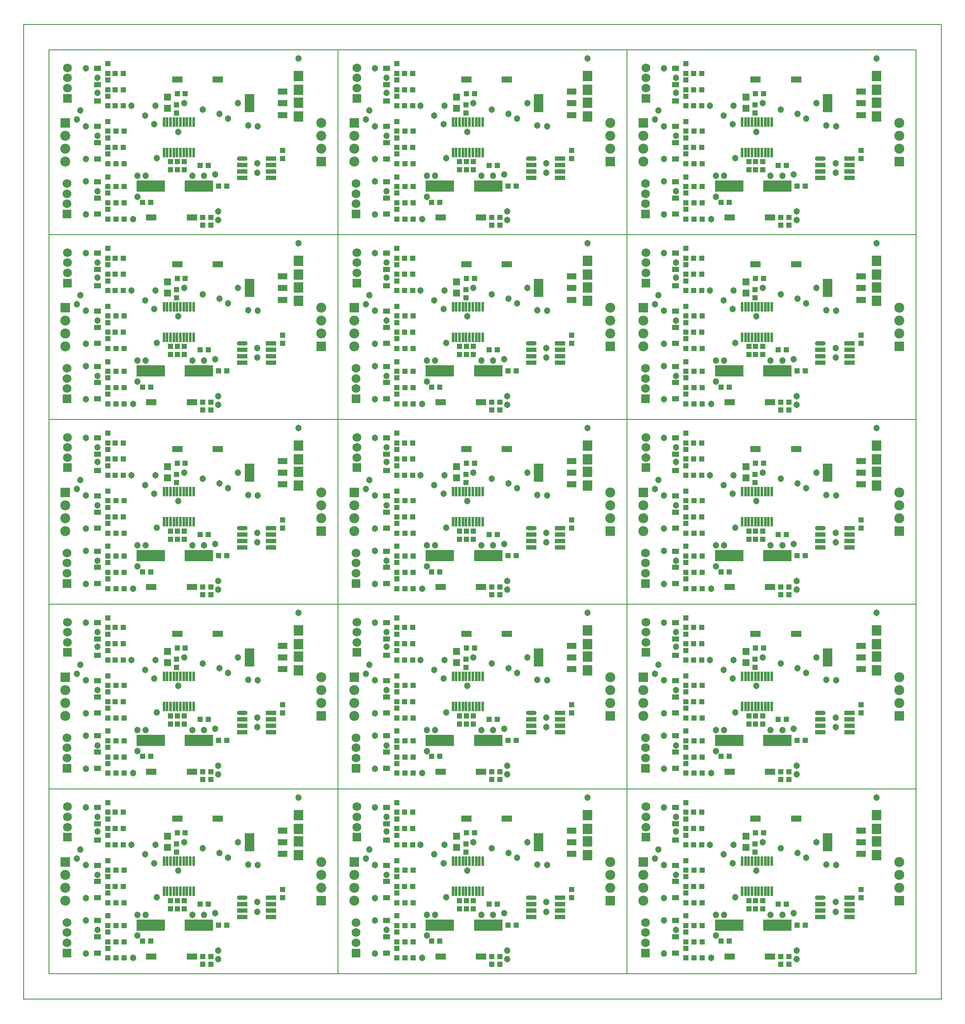
<source format=gts>
%FSLAX25Y25*%
%MOIN*%
G70*
G01*
G75*
G04 Layer_Color=8388736*
%ADD10C,0.00787*%
%ADD11R,0.05000X0.03600*%
%ADD12R,0.03600X0.03600*%
%ADD13R,0.03150X0.03150*%
%ADD14R,0.07480X0.04000*%
%ADD15R,0.21654X0.07874*%
%ADD16R,0.03150X0.03150*%
%ADD17R,0.01654X0.07008*%
%ADD18R,0.07600X0.02400*%
%ADD19O,0.07600X0.02400*%
%ADD20R,0.05000X0.05000*%
%ADD21R,0.06890X0.04331*%
%ADD22R,0.06890X0.13583*%
%ADD23R,0.06693X0.07087*%
%ADD24C,0.00984*%
%ADD25C,0.03937*%
%ADD26C,0.01181*%
%ADD27C,0.01969*%
%ADD28C,0.01575*%
%ADD29R,0.06000X0.06000*%
%ADD30C,0.06000*%
%ADD31R,0.07000X0.07000*%
%ADD32C,0.07000*%
%ADD33C,0.04331*%
%ADD34R,0.05000X0.05000*%
%ADD35R,0.07874X0.05118*%
%ADD36C,0.00800*%
%ADD37C,0.01000*%
%ADD38C,0.00591*%
%ADD39C,0.00984*%
%ADD40C,0.02000*%
%ADD41R,0.05800X0.04400*%
%ADD42R,0.04400X0.04400*%
%ADD43R,0.03950X0.03950*%
%ADD44R,0.08280X0.04800*%
%ADD45R,0.22453X0.08674*%
%ADD46R,0.03950X0.03950*%
%ADD47R,0.02454X0.07808*%
%ADD48R,0.08400X0.03200*%
%ADD49O,0.08400X0.03200*%
%ADD50R,0.05800X0.05800*%
%ADD51R,0.07690X0.05131*%
%ADD52R,0.07690X0.14383*%
%ADD53R,0.07493X0.07887*%
%ADD54R,0.06800X0.06800*%
%ADD55C,0.06800*%
%ADD56R,0.07800X0.07800*%
%ADD57C,0.07800*%
%ADD58C,0.05131*%
D10*
X-19685Y-19685D02*
X692913D01*
Y736221D01*
X-19685D02*
X692913D01*
X-19685Y-19685D02*
Y736221D01*
X0Y0D02*
X224410D01*
Y143307D01*
X0D02*
X224410D01*
X0Y0D02*
Y143307D01*
X224410Y0D02*
X448819D01*
Y143307D01*
X224410D02*
X448819D01*
X224410Y0D02*
Y143307D01*
X448819Y0D02*
X673228D01*
Y143307D01*
X448819D02*
X673228D01*
X448819Y0D02*
Y143307D01*
X0D02*
X224410D01*
Y286614D01*
X0D02*
X224410D01*
X0Y143307D02*
Y286614D01*
X224410Y143307D02*
X448819D01*
Y286614D01*
X224410D02*
X448819D01*
X224410Y143307D02*
Y286614D01*
X448819Y143307D02*
X673228D01*
Y286614D01*
X448819D02*
X673228D01*
X448819Y143307D02*
Y286614D01*
X0D02*
X224410D01*
Y429921D01*
X0D02*
X224410D01*
X0Y286614D02*
Y429921D01*
X224410Y286614D02*
X448819D01*
Y429921D01*
X224410D02*
X448819D01*
X224410Y286614D02*
Y429921D01*
X448819Y286614D02*
X673228D01*
Y429921D01*
X448819D02*
X673228D01*
X448819Y286614D02*
Y429921D01*
X0D02*
X224410D01*
Y573228D01*
X0D02*
X224410D01*
X0Y429921D02*
Y573228D01*
X224410Y429921D02*
X448819D01*
Y573228D01*
X224410D02*
X448819D01*
X224410Y429921D02*
Y573228D01*
X448819Y429921D02*
X673228D01*
Y573228D01*
X448819D02*
X673228D01*
X448819Y429921D02*
Y573228D01*
X0D02*
X224410D01*
Y716536D01*
X0D02*
X224410D01*
X0Y573228D02*
Y716536D01*
X224410Y573228D02*
X448819D01*
Y716536D01*
X224410D02*
X448819D01*
X224410Y573228D02*
Y716536D01*
X448819Y573228D02*
X673228D01*
Y716536D01*
X448819D02*
X673228D01*
X448819Y573228D02*
Y716536D01*
D41*
X37669Y128997D02*
D03*
Y116398D02*
D03*
Y103800D02*
D03*
Y84115D02*
D03*
Y71517D02*
D03*
Y58918D02*
D03*
Y41202D02*
D03*
Y28603D02*
D03*
Y16005D02*
D03*
X262079Y128997D02*
D03*
Y116398D02*
D03*
Y103800D02*
D03*
Y84115D02*
D03*
Y71517D02*
D03*
Y58918D02*
D03*
Y41202D02*
D03*
Y28603D02*
D03*
Y16005D02*
D03*
X486488Y128997D02*
D03*
Y116398D02*
D03*
Y103800D02*
D03*
Y84115D02*
D03*
Y71517D02*
D03*
Y58918D02*
D03*
Y41202D02*
D03*
Y28603D02*
D03*
Y16005D02*
D03*
X37669Y272304D02*
D03*
Y259705D02*
D03*
Y247107D02*
D03*
Y227422D02*
D03*
Y214824D02*
D03*
Y202225D02*
D03*
Y184509D02*
D03*
Y171910D02*
D03*
Y159312D02*
D03*
X262079Y272304D02*
D03*
Y259705D02*
D03*
Y247107D02*
D03*
Y227422D02*
D03*
Y214824D02*
D03*
Y202225D02*
D03*
Y184509D02*
D03*
Y171910D02*
D03*
Y159312D02*
D03*
X486488Y272304D02*
D03*
Y259705D02*
D03*
Y247107D02*
D03*
Y227422D02*
D03*
Y214824D02*
D03*
Y202225D02*
D03*
Y184509D02*
D03*
Y171910D02*
D03*
Y159312D02*
D03*
X37669Y415611D02*
D03*
Y403013D02*
D03*
Y390414D02*
D03*
Y370729D02*
D03*
Y358131D02*
D03*
Y345532D02*
D03*
Y327816D02*
D03*
Y315217D02*
D03*
Y302619D02*
D03*
X262079Y415611D02*
D03*
Y403013D02*
D03*
Y390414D02*
D03*
Y370729D02*
D03*
Y358131D02*
D03*
Y345532D02*
D03*
Y327816D02*
D03*
Y315217D02*
D03*
Y302619D02*
D03*
X486488Y415611D02*
D03*
Y403013D02*
D03*
Y390414D02*
D03*
Y370729D02*
D03*
Y358131D02*
D03*
Y345532D02*
D03*
Y327816D02*
D03*
Y315217D02*
D03*
Y302619D02*
D03*
X37669Y558918D02*
D03*
Y546320D02*
D03*
Y533721D02*
D03*
Y514036D02*
D03*
Y501438D02*
D03*
Y488839D02*
D03*
Y471123D02*
D03*
Y458524D02*
D03*
Y445926D02*
D03*
X262079Y558918D02*
D03*
Y546320D02*
D03*
Y533721D02*
D03*
Y514036D02*
D03*
Y501438D02*
D03*
Y488839D02*
D03*
Y471123D02*
D03*
Y458524D02*
D03*
Y445926D02*
D03*
X486488Y558918D02*
D03*
Y546320D02*
D03*
Y533721D02*
D03*
Y514036D02*
D03*
Y501438D02*
D03*
Y488839D02*
D03*
Y471123D02*
D03*
Y458524D02*
D03*
Y445926D02*
D03*
X37669Y702225D02*
D03*
Y689627D02*
D03*
Y677028D02*
D03*
Y657343D02*
D03*
Y644745D02*
D03*
Y632147D02*
D03*
Y614430D02*
D03*
Y601831D02*
D03*
Y589233D02*
D03*
X262079Y702225D02*
D03*
Y689627D02*
D03*
Y677028D02*
D03*
Y657343D02*
D03*
Y644745D02*
D03*
Y632147D02*
D03*
Y614430D02*
D03*
Y601831D02*
D03*
Y589233D02*
D03*
X486488Y702225D02*
D03*
Y689627D02*
D03*
Y677028D02*
D03*
Y657343D02*
D03*
Y644745D02*
D03*
Y632147D02*
D03*
Y614430D02*
D03*
Y601831D02*
D03*
Y589233D02*
D03*
D42*
X45669Y132697D02*
D03*
Y125197D02*
D03*
Y120098D02*
D03*
Y112598D02*
D03*
Y107500D02*
D03*
Y100000D02*
D03*
Y87815D02*
D03*
Y80315D02*
D03*
Y75217D02*
D03*
Y67716D02*
D03*
Y62618D02*
D03*
Y55118D02*
D03*
Y37402D02*
D03*
Y44902D02*
D03*
Y32303D02*
D03*
Y24803D02*
D03*
Y19705D02*
D03*
Y12205D02*
D03*
X270079Y132697D02*
D03*
Y125197D02*
D03*
Y120098D02*
D03*
Y112598D02*
D03*
Y107500D02*
D03*
Y100000D02*
D03*
Y87815D02*
D03*
Y80315D02*
D03*
Y75217D02*
D03*
Y67716D02*
D03*
Y62618D02*
D03*
Y55118D02*
D03*
Y37402D02*
D03*
Y44902D02*
D03*
Y32303D02*
D03*
Y24803D02*
D03*
Y19705D02*
D03*
Y12205D02*
D03*
X494488Y132697D02*
D03*
Y125197D02*
D03*
Y120098D02*
D03*
Y112598D02*
D03*
Y107500D02*
D03*
Y100000D02*
D03*
Y87815D02*
D03*
Y80315D02*
D03*
Y75217D02*
D03*
Y67716D02*
D03*
Y62618D02*
D03*
Y55118D02*
D03*
Y37402D02*
D03*
Y44902D02*
D03*
Y32303D02*
D03*
Y24803D02*
D03*
Y19705D02*
D03*
Y12205D02*
D03*
X45669Y276004D02*
D03*
Y268504D02*
D03*
Y263405D02*
D03*
Y255906D02*
D03*
Y250807D02*
D03*
Y243307D02*
D03*
Y231122D02*
D03*
Y223622D02*
D03*
Y218524D02*
D03*
Y211024D02*
D03*
Y205925D02*
D03*
Y198425D02*
D03*
Y180709D02*
D03*
Y188209D02*
D03*
Y175610D02*
D03*
Y168110D02*
D03*
Y163012D02*
D03*
Y155512D02*
D03*
X270079Y276004D02*
D03*
Y268504D02*
D03*
Y263405D02*
D03*
Y255906D02*
D03*
Y250807D02*
D03*
Y243307D02*
D03*
Y231122D02*
D03*
Y223622D02*
D03*
Y218524D02*
D03*
Y211024D02*
D03*
Y205925D02*
D03*
Y198425D02*
D03*
Y180709D02*
D03*
Y188209D02*
D03*
Y175610D02*
D03*
Y168110D02*
D03*
Y163012D02*
D03*
Y155512D02*
D03*
X494488Y276004D02*
D03*
Y268504D02*
D03*
Y263405D02*
D03*
Y255906D02*
D03*
Y250807D02*
D03*
Y243307D02*
D03*
Y231122D02*
D03*
Y223622D02*
D03*
Y218524D02*
D03*
Y211024D02*
D03*
Y205925D02*
D03*
Y198425D02*
D03*
Y180709D02*
D03*
Y188209D02*
D03*
Y175610D02*
D03*
Y168110D02*
D03*
Y163012D02*
D03*
Y155512D02*
D03*
X45669Y419311D02*
D03*
Y411811D02*
D03*
Y406713D02*
D03*
Y399213D02*
D03*
Y394114D02*
D03*
Y386614D02*
D03*
Y374429D02*
D03*
Y366929D02*
D03*
Y361831D02*
D03*
Y354331D02*
D03*
Y349232D02*
D03*
Y341732D02*
D03*
Y324016D02*
D03*
Y331516D02*
D03*
Y318917D02*
D03*
Y311417D02*
D03*
Y306319D02*
D03*
Y298819D02*
D03*
X270079Y419311D02*
D03*
Y411811D02*
D03*
Y406713D02*
D03*
Y399213D02*
D03*
Y394114D02*
D03*
Y386614D02*
D03*
Y374429D02*
D03*
Y366929D02*
D03*
Y361831D02*
D03*
Y354331D02*
D03*
Y349232D02*
D03*
Y341732D02*
D03*
Y324016D02*
D03*
Y331516D02*
D03*
Y318917D02*
D03*
Y311417D02*
D03*
Y306319D02*
D03*
Y298819D02*
D03*
X494488Y419311D02*
D03*
Y411811D02*
D03*
Y406713D02*
D03*
Y399213D02*
D03*
Y394114D02*
D03*
Y386614D02*
D03*
Y374429D02*
D03*
Y366929D02*
D03*
Y361831D02*
D03*
Y354331D02*
D03*
Y349232D02*
D03*
Y341732D02*
D03*
Y324016D02*
D03*
Y331516D02*
D03*
Y318917D02*
D03*
Y311417D02*
D03*
Y306319D02*
D03*
Y298819D02*
D03*
X45669Y562618D02*
D03*
Y555118D02*
D03*
Y550020D02*
D03*
Y542520D02*
D03*
Y537421D02*
D03*
Y529921D02*
D03*
Y517736D02*
D03*
Y510236D02*
D03*
Y505138D02*
D03*
Y497638D02*
D03*
Y492539D02*
D03*
Y485039D02*
D03*
Y467323D02*
D03*
Y474823D02*
D03*
Y462224D02*
D03*
Y454724D02*
D03*
Y449626D02*
D03*
Y442126D02*
D03*
X270079Y562618D02*
D03*
Y555118D02*
D03*
Y550020D02*
D03*
Y542520D02*
D03*
Y537421D02*
D03*
Y529921D02*
D03*
Y517736D02*
D03*
Y510236D02*
D03*
Y505138D02*
D03*
Y497638D02*
D03*
Y492539D02*
D03*
Y485039D02*
D03*
Y467323D02*
D03*
Y474823D02*
D03*
Y462224D02*
D03*
Y454724D02*
D03*
Y449626D02*
D03*
Y442126D02*
D03*
X494488Y562618D02*
D03*
Y555118D02*
D03*
Y550020D02*
D03*
Y542520D02*
D03*
Y537421D02*
D03*
Y529921D02*
D03*
Y517736D02*
D03*
Y510236D02*
D03*
Y505138D02*
D03*
Y497638D02*
D03*
Y492539D02*
D03*
Y485039D02*
D03*
Y467323D02*
D03*
Y474823D02*
D03*
Y462224D02*
D03*
Y454724D02*
D03*
Y449626D02*
D03*
Y442126D02*
D03*
X45669Y705925D02*
D03*
Y698425D02*
D03*
Y693327D02*
D03*
Y685827D02*
D03*
Y680728D02*
D03*
Y673228D02*
D03*
Y661043D02*
D03*
Y653543D02*
D03*
Y648445D02*
D03*
Y640945D02*
D03*
Y635847D02*
D03*
Y628346D02*
D03*
Y610630D02*
D03*
Y618130D02*
D03*
Y605532D02*
D03*
Y598032D02*
D03*
Y592933D02*
D03*
Y585433D02*
D03*
X270079Y705925D02*
D03*
Y698425D02*
D03*
Y693327D02*
D03*
Y685827D02*
D03*
Y680728D02*
D03*
Y673228D02*
D03*
Y661043D02*
D03*
Y653543D02*
D03*
Y648445D02*
D03*
Y640945D02*
D03*
Y635847D02*
D03*
Y628346D02*
D03*
Y610630D02*
D03*
Y618130D02*
D03*
Y605532D02*
D03*
Y598032D02*
D03*
Y592933D02*
D03*
Y585433D02*
D03*
X494488Y705925D02*
D03*
Y698425D02*
D03*
Y693327D02*
D03*
Y685827D02*
D03*
Y680728D02*
D03*
Y673228D02*
D03*
Y661043D02*
D03*
Y653543D02*
D03*
Y648445D02*
D03*
Y640945D02*
D03*
Y635847D02*
D03*
Y628346D02*
D03*
Y610630D02*
D03*
Y618130D02*
D03*
Y605532D02*
D03*
Y598032D02*
D03*
Y592933D02*
D03*
Y585433D02*
D03*
D43*
X57874Y125197D02*
D03*
X51575D02*
D03*
X57874Y112598D02*
D03*
X51575D02*
D03*
X57874Y100000D02*
D03*
X51575D02*
D03*
X58268Y80315D02*
D03*
X51968D02*
D03*
X57874Y67716D02*
D03*
X51575D02*
D03*
X58268Y55118D02*
D03*
X51968D02*
D03*
Y37402D02*
D03*
X58268D02*
D03*
Y12205D02*
D03*
X51968D02*
D03*
X58268Y24803D02*
D03*
X51968D02*
D03*
X72835Y25197D02*
D03*
X79134D02*
D03*
X117323Y53937D02*
D03*
X123622D02*
D03*
X125591Y13386D02*
D03*
X119291D02*
D03*
Y7480D02*
D03*
X125591D02*
D03*
X138189Y37795D02*
D03*
X131890D02*
D03*
X105905Y109449D02*
D03*
X99606D02*
D03*
X282283Y125197D02*
D03*
X275984D02*
D03*
X282283Y112598D02*
D03*
X275984D02*
D03*
X282283Y100000D02*
D03*
X275984D02*
D03*
X282677Y80315D02*
D03*
X276378D02*
D03*
X282283Y67716D02*
D03*
X275984D02*
D03*
X282677Y55118D02*
D03*
X276378D02*
D03*
Y37402D02*
D03*
X282677D02*
D03*
Y12205D02*
D03*
X276378D02*
D03*
X282677Y24803D02*
D03*
X276378D02*
D03*
X297244Y25197D02*
D03*
X303543D02*
D03*
X341732Y53937D02*
D03*
X348031D02*
D03*
X350000Y13386D02*
D03*
X343701D02*
D03*
Y7480D02*
D03*
X350000D02*
D03*
X362598Y37795D02*
D03*
X356299D02*
D03*
X330315Y109449D02*
D03*
X324016D02*
D03*
X506693Y125197D02*
D03*
X500394D02*
D03*
X506693Y112598D02*
D03*
X500394D02*
D03*
X506693Y100000D02*
D03*
X500394D02*
D03*
X507087Y80315D02*
D03*
X500787D02*
D03*
X506693Y67716D02*
D03*
X500394D02*
D03*
X507087Y55118D02*
D03*
X500787D02*
D03*
Y37402D02*
D03*
X507087D02*
D03*
Y12205D02*
D03*
X500787D02*
D03*
X507087Y24803D02*
D03*
X500787D02*
D03*
X521654Y25197D02*
D03*
X527953D02*
D03*
X566142Y53937D02*
D03*
X572441D02*
D03*
X574409Y13386D02*
D03*
X568110D02*
D03*
Y7480D02*
D03*
X574409D02*
D03*
X587008Y37795D02*
D03*
X580709D02*
D03*
X554724Y109449D02*
D03*
X548425D02*
D03*
X57874Y268504D02*
D03*
X51575D02*
D03*
X57874Y255906D02*
D03*
X51575D02*
D03*
X57874Y243307D02*
D03*
X51575D02*
D03*
X58268Y223622D02*
D03*
X51968D02*
D03*
X57874Y211024D02*
D03*
X51575D02*
D03*
X58268Y198425D02*
D03*
X51968D02*
D03*
Y180709D02*
D03*
X58268D02*
D03*
Y155512D02*
D03*
X51968D02*
D03*
X58268Y168110D02*
D03*
X51968D02*
D03*
X72835Y168504D02*
D03*
X79134D02*
D03*
X117323Y197244D02*
D03*
X123622D02*
D03*
X125591Y156693D02*
D03*
X119291D02*
D03*
Y150787D02*
D03*
X125591D02*
D03*
X138189Y181102D02*
D03*
X131890D02*
D03*
X105905Y252756D02*
D03*
X99606D02*
D03*
X282283Y268504D02*
D03*
X275984D02*
D03*
X282283Y255906D02*
D03*
X275984D02*
D03*
X282283Y243307D02*
D03*
X275984D02*
D03*
X282677Y223622D02*
D03*
X276378D02*
D03*
X282283Y211024D02*
D03*
X275984D02*
D03*
X282677Y198425D02*
D03*
X276378D02*
D03*
Y180709D02*
D03*
X282677D02*
D03*
Y155512D02*
D03*
X276378D02*
D03*
X282677Y168110D02*
D03*
X276378D02*
D03*
X297244Y168504D02*
D03*
X303543D02*
D03*
X341732Y197244D02*
D03*
X348031D02*
D03*
X350000Y156693D02*
D03*
X343701D02*
D03*
Y150787D02*
D03*
X350000D02*
D03*
X362598Y181102D02*
D03*
X356299D02*
D03*
X330315Y252756D02*
D03*
X324016D02*
D03*
X506693Y268504D02*
D03*
X500394D02*
D03*
X506693Y255906D02*
D03*
X500394D02*
D03*
X506693Y243307D02*
D03*
X500394D02*
D03*
X507087Y223622D02*
D03*
X500787D02*
D03*
X506693Y211024D02*
D03*
X500394D02*
D03*
X507087Y198425D02*
D03*
X500787D02*
D03*
Y180709D02*
D03*
X507087D02*
D03*
Y155512D02*
D03*
X500787D02*
D03*
X507087Y168110D02*
D03*
X500787D02*
D03*
X521654Y168504D02*
D03*
X527953D02*
D03*
X566142Y197244D02*
D03*
X572441D02*
D03*
X574409Y156693D02*
D03*
X568110D02*
D03*
Y150787D02*
D03*
X574409D02*
D03*
X587008Y181102D02*
D03*
X580709D02*
D03*
X554724Y252756D02*
D03*
X548425D02*
D03*
X57874Y411811D02*
D03*
X51575D02*
D03*
X57874Y399213D02*
D03*
X51575D02*
D03*
X57874Y386614D02*
D03*
X51575D02*
D03*
X58268Y366929D02*
D03*
X51968D02*
D03*
X57874Y354331D02*
D03*
X51575D02*
D03*
X58268Y341732D02*
D03*
X51968D02*
D03*
Y324016D02*
D03*
X58268D02*
D03*
Y298819D02*
D03*
X51968D02*
D03*
X58268Y311417D02*
D03*
X51968D02*
D03*
X72835Y311811D02*
D03*
X79134D02*
D03*
X117323Y340551D02*
D03*
X123622D02*
D03*
X125591Y300000D02*
D03*
X119291D02*
D03*
Y294094D02*
D03*
X125591D02*
D03*
X138189Y324410D02*
D03*
X131890D02*
D03*
X105905Y396063D02*
D03*
X99606D02*
D03*
X282283Y411811D02*
D03*
X275984D02*
D03*
X282283Y399213D02*
D03*
X275984D02*
D03*
X282283Y386614D02*
D03*
X275984D02*
D03*
X282677Y366929D02*
D03*
X276378D02*
D03*
X282283Y354331D02*
D03*
X275984D02*
D03*
X282677Y341732D02*
D03*
X276378D02*
D03*
Y324016D02*
D03*
X282677D02*
D03*
Y298819D02*
D03*
X276378D02*
D03*
X282677Y311417D02*
D03*
X276378D02*
D03*
X297244Y311811D02*
D03*
X303543D02*
D03*
X341732Y340551D02*
D03*
X348031D02*
D03*
X350000Y300000D02*
D03*
X343701D02*
D03*
Y294094D02*
D03*
X350000D02*
D03*
X362598Y324410D02*
D03*
X356299D02*
D03*
X330315Y396063D02*
D03*
X324016D02*
D03*
X506693Y411811D02*
D03*
X500394D02*
D03*
X506693Y399213D02*
D03*
X500394D02*
D03*
X506693Y386614D02*
D03*
X500394D02*
D03*
X507087Y366929D02*
D03*
X500787D02*
D03*
X506693Y354331D02*
D03*
X500394D02*
D03*
X507087Y341732D02*
D03*
X500787D02*
D03*
Y324016D02*
D03*
X507087D02*
D03*
Y298819D02*
D03*
X500787D02*
D03*
X507087Y311417D02*
D03*
X500787D02*
D03*
X521654Y311811D02*
D03*
X527953D02*
D03*
X566142Y340551D02*
D03*
X572441D02*
D03*
X574409Y300000D02*
D03*
X568110D02*
D03*
Y294094D02*
D03*
X574409D02*
D03*
X587008Y324410D02*
D03*
X580709D02*
D03*
X554724Y396063D02*
D03*
X548425D02*
D03*
X57874Y555118D02*
D03*
X51575D02*
D03*
X57874Y542520D02*
D03*
X51575D02*
D03*
X57874Y529921D02*
D03*
X51575D02*
D03*
X58268Y510236D02*
D03*
X51968D02*
D03*
X57874Y497638D02*
D03*
X51575D02*
D03*
X58268Y485039D02*
D03*
X51968D02*
D03*
Y467323D02*
D03*
X58268D02*
D03*
Y442126D02*
D03*
X51968D02*
D03*
X58268Y454724D02*
D03*
X51968D02*
D03*
X72835Y455118D02*
D03*
X79134D02*
D03*
X117323Y483858D02*
D03*
X123622D02*
D03*
X125591Y443307D02*
D03*
X119291D02*
D03*
Y437402D02*
D03*
X125591D02*
D03*
X138189Y467717D02*
D03*
X131890D02*
D03*
X105905Y539370D02*
D03*
X99606D02*
D03*
X282283Y555118D02*
D03*
X275984D02*
D03*
X282283Y542520D02*
D03*
X275984D02*
D03*
X282283Y529921D02*
D03*
X275984D02*
D03*
X282677Y510236D02*
D03*
X276378D02*
D03*
X282283Y497638D02*
D03*
X275984D02*
D03*
X282677Y485039D02*
D03*
X276378D02*
D03*
Y467323D02*
D03*
X282677D02*
D03*
Y442126D02*
D03*
X276378D02*
D03*
X282677Y454724D02*
D03*
X276378D02*
D03*
X297244Y455118D02*
D03*
X303543D02*
D03*
X341732Y483858D02*
D03*
X348031D02*
D03*
X350000Y443307D02*
D03*
X343701D02*
D03*
Y437402D02*
D03*
X350000D02*
D03*
X362598Y467717D02*
D03*
X356299D02*
D03*
X330315Y539370D02*
D03*
X324016D02*
D03*
X506693Y555118D02*
D03*
X500394D02*
D03*
X506693Y542520D02*
D03*
X500394D02*
D03*
X506693Y529921D02*
D03*
X500394D02*
D03*
X507087Y510236D02*
D03*
X500787D02*
D03*
X506693Y497638D02*
D03*
X500394D02*
D03*
X507087Y485039D02*
D03*
X500787D02*
D03*
Y467323D02*
D03*
X507087D02*
D03*
Y442126D02*
D03*
X500787D02*
D03*
X507087Y454724D02*
D03*
X500787D02*
D03*
X521654Y455118D02*
D03*
X527953D02*
D03*
X566142Y483858D02*
D03*
X572441D02*
D03*
X574409Y443307D02*
D03*
X568110D02*
D03*
Y437402D02*
D03*
X574409D02*
D03*
X587008Y467717D02*
D03*
X580709D02*
D03*
X554724Y539370D02*
D03*
X548425D02*
D03*
X57874Y698425D02*
D03*
X51575D02*
D03*
X57874Y685827D02*
D03*
X51575D02*
D03*
X57874Y673228D02*
D03*
X51575D02*
D03*
X58268Y653543D02*
D03*
X51968D02*
D03*
X57874Y640945D02*
D03*
X51575D02*
D03*
X58268Y628346D02*
D03*
X51968D02*
D03*
Y610630D02*
D03*
X58268D02*
D03*
Y585433D02*
D03*
X51968D02*
D03*
X58268Y598032D02*
D03*
X51968D02*
D03*
X72835Y598425D02*
D03*
X79134D02*
D03*
X117323Y627165D02*
D03*
X123622D02*
D03*
X125591Y586614D02*
D03*
X119291D02*
D03*
Y580709D02*
D03*
X125591D02*
D03*
X138189Y611024D02*
D03*
X131890D02*
D03*
X105905Y682677D02*
D03*
X99606D02*
D03*
X282283Y698425D02*
D03*
X275984D02*
D03*
X282283Y685827D02*
D03*
X275984D02*
D03*
X282283Y673228D02*
D03*
X275984D02*
D03*
X282677Y653543D02*
D03*
X276378D02*
D03*
X282283Y640945D02*
D03*
X275984D02*
D03*
X282677Y628346D02*
D03*
X276378D02*
D03*
Y610630D02*
D03*
X282677D02*
D03*
Y585433D02*
D03*
X276378D02*
D03*
X282677Y598032D02*
D03*
X276378D02*
D03*
X297244Y598425D02*
D03*
X303543D02*
D03*
X341732Y627165D02*
D03*
X348031D02*
D03*
X350000Y586614D02*
D03*
X343701D02*
D03*
Y580709D02*
D03*
X350000D02*
D03*
X362598Y611024D02*
D03*
X356299D02*
D03*
X330315Y682677D02*
D03*
X324016D02*
D03*
X506693Y698425D02*
D03*
X500394D02*
D03*
X506693Y685827D02*
D03*
X500394D02*
D03*
X506693Y673228D02*
D03*
X500394D02*
D03*
X507087Y653543D02*
D03*
X500787D02*
D03*
X506693Y640945D02*
D03*
X500394D02*
D03*
X507087Y628346D02*
D03*
X500787D02*
D03*
Y610630D02*
D03*
X507087D02*
D03*
Y585433D02*
D03*
X500787D02*
D03*
X507087Y598032D02*
D03*
X500787D02*
D03*
X521654Y598425D02*
D03*
X527953D02*
D03*
X566142Y627165D02*
D03*
X572441D02*
D03*
X574409Y586614D02*
D03*
X568110D02*
D03*
Y580709D02*
D03*
X574409D02*
D03*
X587008Y611024D02*
D03*
X580709D02*
D03*
X554724Y682677D02*
D03*
X548425D02*
D03*
D44*
X111024Y13386D02*
D03*
X79528D02*
D03*
X99606Y120472D02*
D03*
X131102D02*
D03*
X335433Y13386D02*
D03*
X303937D02*
D03*
X324016Y120472D02*
D03*
X355512D02*
D03*
X559842Y13386D02*
D03*
X528346D02*
D03*
X548425Y120472D02*
D03*
X579921D02*
D03*
X111024Y156693D02*
D03*
X79528D02*
D03*
X99606Y263779D02*
D03*
X131102D02*
D03*
X335433Y156693D02*
D03*
X303937D02*
D03*
X324016Y263779D02*
D03*
X355512D02*
D03*
X559842Y156693D02*
D03*
X528346D02*
D03*
X548425Y263779D02*
D03*
X579921D02*
D03*
X111024Y300000D02*
D03*
X79528D02*
D03*
X99606Y407087D02*
D03*
X131102D02*
D03*
X335433Y300000D02*
D03*
X303937D02*
D03*
X324016Y407087D02*
D03*
X355512D02*
D03*
X559842Y300000D02*
D03*
X528346D02*
D03*
X548425Y407087D02*
D03*
X579921D02*
D03*
X111024Y443307D02*
D03*
X79528D02*
D03*
X99606Y550394D02*
D03*
X131102D02*
D03*
X335433Y443307D02*
D03*
X303937D02*
D03*
X324016Y550394D02*
D03*
X355512D02*
D03*
X559842Y443307D02*
D03*
X528346D02*
D03*
X548425Y550394D02*
D03*
X579921D02*
D03*
X111024Y586614D02*
D03*
X79528D02*
D03*
X99606Y693701D02*
D03*
X131102D02*
D03*
X335433Y586614D02*
D03*
X303937D02*
D03*
X324016Y693701D02*
D03*
X355512D02*
D03*
X559842Y586614D02*
D03*
X528346D02*
D03*
X548425Y693701D02*
D03*
X579921D02*
D03*
D45*
X116535Y37795D02*
D03*
X79134D02*
D03*
X340945D02*
D03*
X303543D02*
D03*
X565354D02*
D03*
X527953D02*
D03*
X116535Y181102D02*
D03*
X79134D02*
D03*
X340945D02*
D03*
X303543D02*
D03*
X565354D02*
D03*
X527953D02*
D03*
X116535Y324410D02*
D03*
X79134D02*
D03*
X340945D02*
D03*
X303543D02*
D03*
X565354D02*
D03*
X527953D02*
D03*
X116535Y467717D02*
D03*
X79134D02*
D03*
X340945D02*
D03*
X303543D02*
D03*
X565354D02*
D03*
X527953D02*
D03*
X116535Y611024D02*
D03*
X79134D02*
D03*
X340945D02*
D03*
X303543D02*
D03*
X565354D02*
D03*
X527953D02*
D03*
D46*
X94488Y50394D02*
D03*
Y56693D02*
D03*
X105118D02*
D03*
Y50394D02*
D03*
X99606Y56693D02*
D03*
Y50394D02*
D03*
X99213Y94488D02*
D03*
Y100787D02*
D03*
X181496Y59055D02*
D03*
Y65354D02*
D03*
X318898Y50394D02*
D03*
Y56693D02*
D03*
X329528D02*
D03*
Y50394D02*
D03*
X324016Y56693D02*
D03*
Y50394D02*
D03*
X323622Y94488D02*
D03*
Y100787D02*
D03*
X405905Y59055D02*
D03*
Y65354D02*
D03*
X543307Y50394D02*
D03*
Y56693D02*
D03*
X553937D02*
D03*
Y50394D02*
D03*
X548425Y56693D02*
D03*
Y50394D02*
D03*
X548032Y94488D02*
D03*
Y100787D02*
D03*
X630315Y59055D02*
D03*
Y65354D02*
D03*
X94488Y193701D02*
D03*
Y200000D02*
D03*
X105118D02*
D03*
Y193701D02*
D03*
X99606Y200000D02*
D03*
Y193701D02*
D03*
X99213Y237795D02*
D03*
Y244094D02*
D03*
X181496Y202362D02*
D03*
Y208661D02*
D03*
X318898Y193701D02*
D03*
Y200000D02*
D03*
X329528D02*
D03*
Y193701D02*
D03*
X324016Y200000D02*
D03*
Y193701D02*
D03*
X323622Y237795D02*
D03*
Y244094D02*
D03*
X405905Y202362D02*
D03*
Y208661D02*
D03*
X543307Y193701D02*
D03*
Y200000D02*
D03*
X553937D02*
D03*
Y193701D02*
D03*
X548425Y200000D02*
D03*
Y193701D02*
D03*
X548032Y237795D02*
D03*
Y244094D02*
D03*
X630315Y202362D02*
D03*
Y208661D02*
D03*
X94488Y337008D02*
D03*
Y343307D02*
D03*
X105118D02*
D03*
Y337008D02*
D03*
X99606Y343307D02*
D03*
Y337008D02*
D03*
X99213Y381102D02*
D03*
Y387402D02*
D03*
X181496Y345669D02*
D03*
Y351969D02*
D03*
X318898Y337008D02*
D03*
Y343307D02*
D03*
X329528D02*
D03*
Y337008D02*
D03*
X324016Y343307D02*
D03*
Y337008D02*
D03*
X323622Y381102D02*
D03*
Y387402D02*
D03*
X405905Y345669D02*
D03*
Y351969D02*
D03*
X543307Y337008D02*
D03*
Y343307D02*
D03*
X553937D02*
D03*
Y337008D02*
D03*
X548425Y343307D02*
D03*
Y337008D02*
D03*
X548032Y381102D02*
D03*
Y387402D02*
D03*
X630315Y345669D02*
D03*
Y351969D02*
D03*
X94488Y480315D02*
D03*
Y486614D02*
D03*
X105118D02*
D03*
Y480315D02*
D03*
X99606Y486614D02*
D03*
Y480315D02*
D03*
X99213Y524409D02*
D03*
Y530709D02*
D03*
X181496Y488976D02*
D03*
Y495276D02*
D03*
X318898Y480315D02*
D03*
Y486614D02*
D03*
X329528D02*
D03*
Y480315D02*
D03*
X324016Y486614D02*
D03*
Y480315D02*
D03*
X323622Y524409D02*
D03*
Y530709D02*
D03*
X405905Y488976D02*
D03*
Y495276D02*
D03*
X543307Y480315D02*
D03*
Y486614D02*
D03*
X553937D02*
D03*
Y480315D02*
D03*
X548425Y486614D02*
D03*
Y480315D02*
D03*
X548032Y524409D02*
D03*
Y530709D02*
D03*
X630315Y488976D02*
D03*
Y495276D02*
D03*
X94488Y623622D02*
D03*
Y629921D02*
D03*
X105118D02*
D03*
Y623622D02*
D03*
X99606Y629921D02*
D03*
Y623622D02*
D03*
X99213Y667717D02*
D03*
Y674016D02*
D03*
X181496Y632283D02*
D03*
Y638583D02*
D03*
X318898Y623622D02*
D03*
Y629921D02*
D03*
X329528D02*
D03*
Y623622D02*
D03*
X324016Y629921D02*
D03*
Y623622D02*
D03*
X323622Y667717D02*
D03*
Y674016D02*
D03*
X405905Y632283D02*
D03*
Y638583D02*
D03*
X543307Y623622D02*
D03*
Y629921D02*
D03*
X553937D02*
D03*
Y623622D02*
D03*
X548425Y629921D02*
D03*
Y623622D02*
D03*
X548032Y667717D02*
D03*
Y674016D02*
D03*
X630315Y632283D02*
D03*
Y638583D02*
D03*
D47*
X112303Y87283D02*
D03*
X109744D02*
D03*
X107185D02*
D03*
X104626D02*
D03*
X102067D02*
D03*
X99508D02*
D03*
X96949D02*
D03*
X94390D02*
D03*
X91831D02*
D03*
X89272D02*
D03*
X112303Y63898D02*
D03*
X109744D02*
D03*
X107185D02*
D03*
X104626D02*
D03*
X102067D02*
D03*
X99508D02*
D03*
X96949D02*
D03*
X94390D02*
D03*
X91831D02*
D03*
X89272D02*
D03*
X336713Y87283D02*
D03*
X334154D02*
D03*
X331594D02*
D03*
X329035D02*
D03*
X326476D02*
D03*
X323917D02*
D03*
X321358D02*
D03*
X318799D02*
D03*
X316240D02*
D03*
X313681D02*
D03*
X336713Y63898D02*
D03*
X334154D02*
D03*
X331594D02*
D03*
X329035D02*
D03*
X326476D02*
D03*
X323917D02*
D03*
X321358D02*
D03*
X318799D02*
D03*
X316240D02*
D03*
X313681D02*
D03*
X561122Y87283D02*
D03*
X558563D02*
D03*
X556004D02*
D03*
X553445D02*
D03*
X550886D02*
D03*
X548327D02*
D03*
X545768D02*
D03*
X543209D02*
D03*
X540650D02*
D03*
X538091D02*
D03*
X561122Y63898D02*
D03*
X558563D02*
D03*
X556004D02*
D03*
X553445D02*
D03*
X550886D02*
D03*
X548327D02*
D03*
X545768D02*
D03*
X543209D02*
D03*
X540650D02*
D03*
X538091D02*
D03*
X112303Y230591D02*
D03*
X109744D02*
D03*
X107185D02*
D03*
X104626D02*
D03*
X102067D02*
D03*
X99508D02*
D03*
X96949D02*
D03*
X94390D02*
D03*
X91831D02*
D03*
X89272D02*
D03*
X112303Y207205D02*
D03*
X109744D02*
D03*
X107185D02*
D03*
X104626D02*
D03*
X102067D02*
D03*
X99508D02*
D03*
X96949D02*
D03*
X94390D02*
D03*
X91831D02*
D03*
X89272D02*
D03*
X336713Y230591D02*
D03*
X334154D02*
D03*
X331594D02*
D03*
X329035D02*
D03*
X326476D02*
D03*
X323917D02*
D03*
X321358D02*
D03*
X318799D02*
D03*
X316240D02*
D03*
X313681D02*
D03*
X336713Y207205D02*
D03*
X334154D02*
D03*
X331594D02*
D03*
X329035D02*
D03*
X326476D02*
D03*
X323917D02*
D03*
X321358D02*
D03*
X318799D02*
D03*
X316240D02*
D03*
X313681D02*
D03*
X561122Y230591D02*
D03*
X558563D02*
D03*
X556004D02*
D03*
X553445D02*
D03*
X550886D02*
D03*
X548327D02*
D03*
X545768D02*
D03*
X543209D02*
D03*
X540650D02*
D03*
X538091D02*
D03*
X561122Y207205D02*
D03*
X558563D02*
D03*
X556004D02*
D03*
X553445D02*
D03*
X550886D02*
D03*
X548327D02*
D03*
X545768D02*
D03*
X543209D02*
D03*
X540650D02*
D03*
X538091D02*
D03*
X112303Y373898D02*
D03*
X109744D02*
D03*
X107185D02*
D03*
X104626D02*
D03*
X102067D02*
D03*
X99508D02*
D03*
X96949D02*
D03*
X94390D02*
D03*
X91831D02*
D03*
X89272D02*
D03*
X112303Y350512D02*
D03*
X109744D02*
D03*
X107185D02*
D03*
X104626D02*
D03*
X102067D02*
D03*
X99508D02*
D03*
X96949D02*
D03*
X94390D02*
D03*
X91831D02*
D03*
X89272D02*
D03*
X336713Y373898D02*
D03*
X334154D02*
D03*
X331594D02*
D03*
X329035D02*
D03*
X326476D02*
D03*
X323917D02*
D03*
X321358D02*
D03*
X318799D02*
D03*
X316240D02*
D03*
X313681D02*
D03*
X336713Y350512D02*
D03*
X334154D02*
D03*
X331594D02*
D03*
X329035D02*
D03*
X326476D02*
D03*
X323917D02*
D03*
X321358D02*
D03*
X318799D02*
D03*
X316240D02*
D03*
X313681D02*
D03*
X561122Y373898D02*
D03*
X558563D02*
D03*
X556004D02*
D03*
X553445D02*
D03*
X550886D02*
D03*
X548327D02*
D03*
X545768D02*
D03*
X543209D02*
D03*
X540650D02*
D03*
X538091D02*
D03*
X561122Y350512D02*
D03*
X558563D02*
D03*
X556004D02*
D03*
X553445D02*
D03*
X550886D02*
D03*
X548327D02*
D03*
X545768D02*
D03*
X543209D02*
D03*
X540650D02*
D03*
X538091D02*
D03*
X112303Y517205D02*
D03*
X109744D02*
D03*
X107185D02*
D03*
X104626D02*
D03*
X102067D02*
D03*
X99508D02*
D03*
X96949D02*
D03*
X94390D02*
D03*
X91831D02*
D03*
X89272D02*
D03*
X112303Y493819D02*
D03*
X109744D02*
D03*
X107185D02*
D03*
X104626D02*
D03*
X102067D02*
D03*
X99508D02*
D03*
X96949D02*
D03*
X94390D02*
D03*
X91831D02*
D03*
X89272D02*
D03*
X336713Y517205D02*
D03*
X334154D02*
D03*
X331594D02*
D03*
X329035D02*
D03*
X326476D02*
D03*
X323917D02*
D03*
X321358D02*
D03*
X318799D02*
D03*
X316240D02*
D03*
X313681D02*
D03*
X336713Y493819D02*
D03*
X334154D02*
D03*
X331594D02*
D03*
X329035D02*
D03*
X326476D02*
D03*
X323917D02*
D03*
X321358D02*
D03*
X318799D02*
D03*
X316240D02*
D03*
X313681D02*
D03*
X561122Y517205D02*
D03*
X558563D02*
D03*
X556004D02*
D03*
X553445D02*
D03*
X550886D02*
D03*
X548327D02*
D03*
X545768D02*
D03*
X543209D02*
D03*
X540650D02*
D03*
X538091D02*
D03*
X561122Y493819D02*
D03*
X558563D02*
D03*
X556004D02*
D03*
X553445D02*
D03*
X550886D02*
D03*
X548327D02*
D03*
X545768D02*
D03*
X543209D02*
D03*
X540650D02*
D03*
X538091D02*
D03*
X112303Y660512D02*
D03*
X109744D02*
D03*
X107185D02*
D03*
X104626D02*
D03*
X102067D02*
D03*
X99508D02*
D03*
X96949D02*
D03*
X94390D02*
D03*
X91831D02*
D03*
X89272D02*
D03*
X112303Y637126D02*
D03*
X109744D02*
D03*
X107185D02*
D03*
X104626D02*
D03*
X102067D02*
D03*
X99508D02*
D03*
X96949D02*
D03*
X94390D02*
D03*
X91831D02*
D03*
X89272D02*
D03*
X336713Y660512D02*
D03*
X334154D02*
D03*
X331594D02*
D03*
X329035D02*
D03*
X326476D02*
D03*
X323917D02*
D03*
X321358D02*
D03*
X318799D02*
D03*
X316240D02*
D03*
X313681D02*
D03*
X336713Y637126D02*
D03*
X334154D02*
D03*
X331594D02*
D03*
X329035D02*
D03*
X326476D02*
D03*
X323917D02*
D03*
X321358D02*
D03*
X318799D02*
D03*
X316240D02*
D03*
X313681D02*
D03*
X561122Y660512D02*
D03*
X558563D02*
D03*
X556004D02*
D03*
X553445D02*
D03*
X550886D02*
D03*
X548327D02*
D03*
X545768D02*
D03*
X543209D02*
D03*
X540650D02*
D03*
X538091D02*
D03*
X561122Y637126D02*
D03*
X558563D02*
D03*
X556004D02*
D03*
X553445D02*
D03*
X550886D02*
D03*
X548327D02*
D03*
X545768D02*
D03*
X543209D02*
D03*
X540650D02*
D03*
X538091D02*
D03*
D48*
X172500Y59055D02*
D03*
Y54055D02*
D03*
Y49055D02*
D03*
Y44055D02*
D03*
X150000D02*
D03*
Y49055D02*
D03*
Y54055D02*
D03*
X396909Y59055D02*
D03*
Y54055D02*
D03*
Y49055D02*
D03*
Y44055D02*
D03*
X374410D02*
D03*
Y49055D02*
D03*
Y54055D02*
D03*
X621319Y59055D02*
D03*
Y54055D02*
D03*
Y49055D02*
D03*
Y44055D02*
D03*
X598819D02*
D03*
Y49055D02*
D03*
Y54055D02*
D03*
X172500Y202362D02*
D03*
Y197362D02*
D03*
Y192362D02*
D03*
Y187362D02*
D03*
X150000D02*
D03*
Y192362D02*
D03*
Y197362D02*
D03*
X396909Y202362D02*
D03*
Y197362D02*
D03*
Y192362D02*
D03*
Y187362D02*
D03*
X374410D02*
D03*
Y192362D02*
D03*
Y197362D02*
D03*
X621319Y202362D02*
D03*
Y197362D02*
D03*
Y192362D02*
D03*
Y187362D02*
D03*
X598819D02*
D03*
Y192362D02*
D03*
Y197362D02*
D03*
X172500Y345669D02*
D03*
Y340669D02*
D03*
Y335669D02*
D03*
Y330669D02*
D03*
X150000D02*
D03*
Y335669D02*
D03*
Y340669D02*
D03*
X396909Y345669D02*
D03*
Y340669D02*
D03*
Y335669D02*
D03*
Y330669D02*
D03*
X374410D02*
D03*
Y335669D02*
D03*
Y340669D02*
D03*
X621319Y345669D02*
D03*
Y340669D02*
D03*
Y335669D02*
D03*
Y330669D02*
D03*
X598819D02*
D03*
Y335669D02*
D03*
Y340669D02*
D03*
X172500Y488976D02*
D03*
Y483976D02*
D03*
Y478976D02*
D03*
Y473976D02*
D03*
X150000D02*
D03*
Y478976D02*
D03*
Y483976D02*
D03*
X396909Y488976D02*
D03*
Y483976D02*
D03*
Y478976D02*
D03*
Y473976D02*
D03*
X374410D02*
D03*
Y478976D02*
D03*
Y483976D02*
D03*
X621319Y488976D02*
D03*
Y483976D02*
D03*
Y478976D02*
D03*
Y473976D02*
D03*
X598819D02*
D03*
Y478976D02*
D03*
Y483976D02*
D03*
X172500Y632283D02*
D03*
Y627283D02*
D03*
Y622284D02*
D03*
Y617283D02*
D03*
X150000D02*
D03*
Y622284D02*
D03*
Y627283D02*
D03*
X396909Y632283D02*
D03*
Y627283D02*
D03*
Y622284D02*
D03*
Y617283D02*
D03*
X374410D02*
D03*
Y622284D02*
D03*
Y627283D02*
D03*
X621319Y632283D02*
D03*
Y627283D02*
D03*
Y622284D02*
D03*
Y617283D02*
D03*
X598819D02*
D03*
Y622284D02*
D03*
Y627283D02*
D03*
D49*
X150000Y59055D02*
D03*
X374410D02*
D03*
X598819D02*
D03*
X150000Y202362D02*
D03*
X374410D02*
D03*
X598819D02*
D03*
X150000Y345669D02*
D03*
X374410D02*
D03*
X598819D02*
D03*
X150000Y488976D02*
D03*
X374410D02*
D03*
X598819D02*
D03*
X150000Y632283D02*
D03*
X374410D02*
D03*
X598819D02*
D03*
D50*
X92126Y106612D02*
D03*
Y98112D02*
D03*
X316535Y106612D02*
D03*
Y98112D02*
D03*
X540945Y106612D02*
D03*
Y98112D02*
D03*
X92126Y249919D02*
D03*
Y241419D02*
D03*
X316535Y249919D02*
D03*
Y241419D02*
D03*
X540945Y249919D02*
D03*
Y241419D02*
D03*
X92126Y393226D02*
D03*
Y384726D02*
D03*
X316535Y393226D02*
D03*
Y384726D02*
D03*
X540945Y393226D02*
D03*
Y384726D02*
D03*
X92126Y536533D02*
D03*
Y528033D02*
D03*
X316535Y536533D02*
D03*
Y528033D02*
D03*
X540945Y536533D02*
D03*
Y528033D02*
D03*
X92126Y679841D02*
D03*
Y671341D02*
D03*
X316535Y679841D02*
D03*
Y671341D02*
D03*
X540945Y679841D02*
D03*
Y671341D02*
D03*
D51*
X181496Y92913D02*
D03*
Y101969D02*
D03*
Y111024D02*
D03*
X405905Y92913D02*
D03*
Y101969D02*
D03*
Y111024D02*
D03*
X630315Y92913D02*
D03*
Y101969D02*
D03*
Y111024D02*
D03*
X181496Y236221D02*
D03*
Y245276D02*
D03*
Y254331D02*
D03*
X405905Y236221D02*
D03*
Y245276D02*
D03*
Y254331D02*
D03*
X630315Y236221D02*
D03*
Y245276D02*
D03*
Y254331D02*
D03*
X181496Y379528D02*
D03*
Y388583D02*
D03*
Y397638D02*
D03*
X405905Y379528D02*
D03*
Y388583D02*
D03*
Y397638D02*
D03*
X630315Y379528D02*
D03*
Y388583D02*
D03*
Y397638D02*
D03*
X181496Y522835D02*
D03*
Y531890D02*
D03*
Y540945D02*
D03*
X405905Y522835D02*
D03*
Y531890D02*
D03*
Y540945D02*
D03*
X630315Y522835D02*
D03*
Y531890D02*
D03*
Y540945D02*
D03*
X181496Y666142D02*
D03*
Y675197D02*
D03*
Y684252D02*
D03*
X405905Y666142D02*
D03*
Y675197D02*
D03*
Y684252D02*
D03*
X630315Y666142D02*
D03*
Y675197D02*
D03*
Y684252D02*
D03*
D52*
X155709Y101969D02*
D03*
X380118D02*
D03*
X604528D02*
D03*
X155709Y245276D02*
D03*
X380118D02*
D03*
X604528D02*
D03*
X155709Y388583D02*
D03*
X380118D02*
D03*
X604528D02*
D03*
X155709Y531890D02*
D03*
X380118D02*
D03*
X604528D02*
D03*
X155709Y675197D02*
D03*
X380118D02*
D03*
X604528D02*
D03*
D53*
X193701Y123031D02*
D03*
Y112402D02*
D03*
Y91929D02*
D03*
Y102559D02*
D03*
X418110Y123031D02*
D03*
Y112402D02*
D03*
Y91929D02*
D03*
Y102559D02*
D03*
X642520Y123031D02*
D03*
Y112402D02*
D03*
Y91929D02*
D03*
Y102559D02*
D03*
X193701Y266339D02*
D03*
Y255709D02*
D03*
Y235236D02*
D03*
Y245866D02*
D03*
X418110Y266339D02*
D03*
Y255709D02*
D03*
Y235236D02*
D03*
Y245866D02*
D03*
X642520Y266339D02*
D03*
Y255709D02*
D03*
Y235236D02*
D03*
Y245866D02*
D03*
X193701Y409646D02*
D03*
Y399016D02*
D03*
Y378543D02*
D03*
Y389173D02*
D03*
X418110Y409646D02*
D03*
Y399016D02*
D03*
Y378543D02*
D03*
Y389173D02*
D03*
X642520Y409646D02*
D03*
Y399016D02*
D03*
Y378543D02*
D03*
Y389173D02*
D03*
X193701Y552953D02*
D03*
Y542323D02*
D03*
Y521850D02*
D03*
Y532480D02*
D03*
X418110Y552953D02*
D03*
Y542323D02*
D03*
Y521850D02*
D03*
Y532480D02*
D03*
X642520Y552953D02*
D03*
Y542323D02*
D03*
Y521850D02*
D03*
Y532480D02*
D03*
X193701Y696260D02*
D03*
Y685630D02*
D03*
Y665158D02*
D03*
Y675787D02*
D03*
X418110Y696260D02*
D03*
Y685630D02*
D03*
Y665158D02*
D03*
Y675787D02*
D03*
X642520Y696260D02*
D03*
Y685630D02*
D03*
Y665158D02*
D03*
Y675787D02*
D03*
D54*
X14567Y105905D02*
D03*
X14173Y16142D02*
D03*
X238976Y105905D02*
D03*
X238583Y16142D02*
D03*
X463386Y105905D02*
D03*
X462992Y16142D02*
D03*
X14567Y249213D02*
D03*
X14173Y159449D02*
D03*
X238976Y249213D02*
D03*
X238583Y159449D02*
D03*
X463386Y249213D02*
D03*
X462992Y159449D02*
D03*
X14567Y392520D02*
D03*
X14173Y302756D02*
D03*
X238976Y392520D02*
D03*
X238583Y302756D02*
D03*
X463386Y392520D02*
D03*
X462992Y302756D02*
D03*
X14567Y535827D02*
D03*
X14173Y446063D02*
D03*
X238976Y535827D02*
D03*
X238583Y446063D02*
D03*
X463386Y535827D02*
D03*
X462992Y446063D02*
D03*
X14567Y679134D02*
D03*
X14173Y589370D02*
D03*
X238976Y679134D02*
D03*
X238583Y589370D02*
D03*
X463386Y679134D02*
D03*
X462992Y589370D02*
D03*
D55*
X14567Y113779D02*
D03*
Y121653D02*
D03*
Y129527D02*
D03*
X14173Y24016D02*
D03*
Y31890D02*
D03*
Y39764D02*
D03*
X238976Y113779D02*
D03*
Y121653D02*
D03*
Y129527D02*
D03*
X238583Y24016D02*
D03*
Y31890D02*
D03*
Y39764D02*
D03*
X463386Y113779D02*
D03*
Y121653D02*
D03*
Y129527D02*
D03*
X462992Y24016D02*
D03*
Y31890D02*
D03*
Y39764D02*
D03*
X14567Y257087D02*
D03*
Y264961D02*
D03*
Y272835D02*
D03*
X14173Y167323D02*
D03*
Y175197D02*
D03*
Y183071D02*
D03*
X238976Y257087D02*
D03*
Y264961D02*
D03*
Y272835D02*
D03*
X238583Y167323D02*
D03*
Y175197D02*
D03*
Y183071D02*
D03*
X463386Y257087D02*
D03*
Y264961D02*
D03*
Y272835D02*
D03*
X462992Y167323D02*
D03*
Y175197D02*
D03*
Y183071D02*
D03*
X14567Y400394D02*
D03*
Y408268D02*
D03*
Y416142D02*
D03*
X14173Y310630D02*
D03*
Y318504D02*
D03*
Y326378D02*
D03*
X238976Y400394D02*
D03*
Y408268D02*
D03*
Y416142D02*
D03*
X238583Y310630D02*
D03*
Y318504D02*
D03*
Y326378D02*
D03*
X463386Y400394D02*
D03*
Y408268D02*
D03*
Y416142D02*
D03*
X462992Y310630D02*
D03*
Y318504D02*
D03*
Y326378D02*
D03*
X14567Y543701D02*
D03*
Y551575D02*
D03*
Y559449D02*
D03*
X14173Y453937D02*
D03*
Y461811D02*
D03*
Y469685D02*
D03*
X238976Y543701D02*
D03*
Y551575D02*
D03*
Y559449D02*
D03*
X238583Y453937D02*
D03*
Y461811D02*
D03*
Y469685D02*
D03*
X463386Y543701D02*
D03*
Y551575D02*
D03*
Y559449D02*
D03*
X462992Y453937D02*
D03*
Y461811D02*
D03*
Y469685D02*
D03*
X14567Y687008D02*
D03*
Y694882D02*
D03*
Y702756D02*
D03*
X14173Y597244D02*
D03*
Y605118D02*
D03*
Y612992D02*
D03*
X238976Y687008D02*
D03*
Y694882D02*
D03*
Y702756D02*
D03*
X238583Y597244D02*
D03*
Y605118D02*
D03*
Y612992D02*
D03*
X463386Y687008D02*
D03*
Y694882D02*
D03*
Y702756D02*
D03*
X462992Y597244D02*
D03*
Y605118D02*
D03*
Y612992D02*
D03*
D56*
X211417Y56653D02*
D03*
X12598Y86654D02*
D03*
X435827Y56653D02*
D03*
X237008Y86654D02*
D03*
X660236Y56653D02*
D03*
X461417Y86654D02*
D03*
X211417Y199961D02*
D03*
X12598Y229961D02*
D03*
X435827Y199961D02*
D03*
X237008Y229961D02*
D03*
X660236Y199961D02*
D03*
X461417Y229961D02*
D03*
X211417Y343268D02*
D03*
X12598Y373268D02*
D03*
X435827Y343268D02*
D03*
X237008Y373268D02*
D03*
X660236Y343268D02*
D03*
X461417Y373268D02*
D03*
X211417Y486575D02*
D03*
X12598Y516575D02*
D03*
X435827Y486575D02*
D03*
X237008Y516575D02*
D03*
X660236Y486575D02*
D03*
X461417Y516575D02*
D03*
X211417Y629882D02*
D03*
X12598Y659882D02*
D03*
X435827Y629882D02*
D03*
X237008Y659882D02*
D03*
X660236Y629882D02*
D03*
X461417Y659882D02*
D03*
D57*
X211417Y66654D02*
D03*
Y76653D02*
D03*
Y86654D02*
D03*
X12598Y76653D02*
D03*
Y66654D02*
D03*
Y56653D02*
D03*
X435827Y66654D02*
D03*
Y76653D02*
D03*
Y86654D02*
D03*
X237008Y76653D02*
D03*
Y66654D02*
D03*
Y56653D02*
D03*
X660236Y66654D02*
D03*
Y76653D02*
D03*
Y86654D02*
D03*
X461417Y76653D02*
D03*
Y66654D02*
D03*
Y56653D02*
D03*
X211417Y209961D02*
D03*
Y219961D02*
D03*
Y229961D02*
D03*
X12598Y219961D02*
D03*
Y209961D02*
D03*
Y199961D02*
D03*
X435827Y209961D02*
D03*
Y219961D02*
D03*
Y229961D02*
D03*
X237008Y219961D02*
D03*
Y209961D02*
D03*
Y199961D02*
D03*
X660236Y209961D02*
D03*
Y219961D02*
D03*
Y229961D02*
D03*
X461417Y219961D02*
D03*
Y209961D02*
D03*
Y199961D02*
D03*
X211417Y353268D02*
D03*
Y363268D02*
D03*
Y373268D02*
D03*
X12598Y363268D02*
D03*
Y353268D02*
D03*
Y343268D02*
D03*
X435827Y353268D02*
D03*
Y363268D02*
D03*
Y373268D02*
D03*
X237008Y363268D02*
D03*
Y353268D02*
D03*
Y343268D02*
D03*
X660236Y353268D02*
D03*
Y363268D02*
D03*
Y373268D02*
D03*
X461417Y363268D02*
D03*
Y353268D02*
D03*
Y343268D02*
D03*
X211417Y496575D02*
D03*
Y506575D02*
D03*
Y516575D02*
D03*
X12598Y506575D02*
D03*
Y496575D02*
D03*
Y486575D02*
D03*
X435827Y496575D02*
D03*
Y506575D02*
D03*
Y516575D02*
D03*
X237008Y506575D02*
D03*
Y496575D02*
D03*
Y486575D02*
D03*
X660236Y496575D02*
D03*
Y506575D02*
D03*
Y516575D02*
D03*
X461417Y506575D02*
D03*
Y496575D02*
D03*
Y486575D02*
D03*
X211417Y639882D02*
D03*
Y649882D02*
D03*
Y659882D02*
D03*
X12598Y649882D02*
D03*
Y639882D02*
D03*
Y629882D02*
D03*
X435827Y639882D02*
D03*
Y649882D02*
D03*
Y659882D02*
D03*
X237008Y649882D02*
D03*
Y639882D02*
D03*
Y629882D02*
D03*
X660236Y639882D02*
D03*
Y649882D02*
D03*
Y659882D02*
D03*
X461417Y649882D02*
D03*
Y639882D02*
D03*
Y629882D02*
D03*
D58*
X82677Y100000D02*
D03*
X162205Y84252D02*
D03*
X131496Y11417D02*
D03*
X68898Y29528D02*
D03*
X154724Y84646D02*
D03*
X64173Y100000D02*
D03*
X37795Y110236D02*
D03*
X100394Y79921D02*
D03*
X119291Y97244D02*
D03*
X193701Y136614D02*
D03*
X129134Y46850D02*
D03*
X131496Y18110D02*
D03*
X74803Y92520D02*
D03*
X146850Y101969D02*
D03*
X105118D02*
D03*
X21654Y89370D02*
D03*
X24409Y96457D02*
D03*
X81890Y85827D02*
D03*
X161811Y48031D02*
D03*
Y55512D02*
D03*
X138976Y90158D02*
D03*
X132283Y93701D02*
D03*
X65354Y12205D02*
D03*
X28740Y41339D02*
D03*
X37795Y33858D02*
D03*
X28740Y15748D02*
D03*
X28740Y84252D02*
D03*
X37795Y76772D02*
D03*
X28740Y58661D02*
D03*
X37795Y121653D02*
D03*
X28740Y129134D02*
D03*
X68898Y45669D02*
D03*
X75197D02*
D03*
X120472D02*
D03*
X111417D02*
D03*
X83858Y59449D02*
D03*
X307087Y100000D02*
D03*
X386614Y84252D02*
D03*
X355906Y11417D02*
D03*
X293307Y29528D02*
D03*
X379134Y84646D02*
D03*
X288583Y100000D02*
D03*
X262205Y110236D02*
D03*
X324803Y79921D02*
D03*
X343701Y97244D02*
D03*
X418110Y136614D02*
D03*
X353543Y46850D02*
D03*
X355906Y18110D02*
D03*
X299213Y92520D02*
D03*
X371260Y101969D02*
D03*
X329528D02*
D03*
X246063Y89370D02*
D03*
X248819Y96457D02*
D03*
X306299Y85827D02*
D03*
X386221Y48031D02*
D03*
Y55512D02*
D03*
X363386Y90158D02*
D03*
X356693Y93701D02*
D03*
X289764Y12205D02*
D03*
X253150Y41339D02*
D03*
X262205Y33858D02*
D03*
X253150Y15748D02*
D03*
X253150Y84252D02*
D03*
X262205Y76772D02*
D03*
X253150Y58661D02*
D03*
X262205Y121653D02*
D03*
X253150Y129134D02*
D03*
X293307Y45669D02*
D03*
X299606D02*
D03*
X344882D02*
D03*
X335827D02*
D03*
X308268Y59449D02*
D03*
X531496Y100000D02*
D03*
X611024Y84252D02*
D03*
X580315Y11417D02*
D03*
X517717Y29528D02*
D03*
X603543Y84646D02*
D03*
X512992Y100000D02*
D03*
X486614Y110236D02*
D03*
X549213Y79921D02*
D03*
X568110Y97244D02*
D03*
X642520Y136614D02*
D03*
X577953Y46850D02*
D03*
X580315Y18110D02*
D03*
X523622Y92520D02*
D03*
X595669Y101969D02*
D03*
X553937D02*
D03*
X470473Y89370D02*
D03*
X473228Y96457D02*
D03*
X530709Y85827D02*
D03*
X610630Y48031D02*
D03*
Y55512D02*
D03*
X587795Y90158D02*
D03*
X581102Y93701D02*
D03*
X514173Y12205D02*
D03*
X477559Y41339D02*
D03*
X486614Y33858D02*
D03*
X477559Y15748D02*
D03*
X477559Y84252D02*
D03*
X486614Y76772D02*
D03*
X477559Y58661D02*
D03*
X486614Y121653D02*
D03*
X477559Y129134D02*
D03*
X517717Y45669D02*
D03*
X524016D02*
D03*
X569291D02*
D03*
X560236D02*
D03*
X532677Y59449D02*
D03*
X82677Y243307D02*
D03*
X162205Y227559D02*
D03*
X131496Y154724D02*
D03*
X68898Y172835D02*
D03*
X154724Y227953D02*
D03*
X64173Y243307D02*
D03*
X37795Y253543D02*
D03*
X100394Y223228D02*
D03*
X119291Y240551D02*
D03*
X193701Y279921D02*
D03*
X129134Y190157D02*
D03*
X131496Y161417D02*
D03*
X74803Y235827D02*
D03*
X146850Y245276D02*
D03*
X105118D02*
D03*
X21654Y232677D02*
D03*
X24409Y239764D02*
D03*
X81890Y229134D02*
D03*
X161811Y191339D02*
D03*
Y198819D02*
D03*
X138976Y233465D02*
D03*
X132283Y237008D02*
D03*
X65354Y155512D02*
D03*
X28740Y184646D02*
D03*
X37795Y177165D02*
D03*
X28740Y159055D02*
D03*
X28740Y227559D02*
D03*
X37795Y220079D02*
D03*
X28740Y201969D02*
D03*
X37795Y264961D02*
D03*
X28740Y272441D02*
D03*
X68898Y188976D02*
D03*
X75197D02*
D03*
X120472D02*
D03*
X111417D02*
D03*
X83858Y202756D02*
D03*
X307087Y243307D02*
D03*
X386614Y227559D02*
D03*
X355906Y154724D02*
D03*
X293307Y172835D02*
D03*
X379134Y227953D02*
D03*
X288583Y243307D02*
D03*
X262205Y253543D02*
D03*
X324803Y223228D02*
D03*
X343701Y240551D02*
D03*
X418110Y279921D02*
D03*
X353543Y190157D02*
D03*
X355906Y161417D02*
D03*
X299213Y235827D02*
D03*
X371260Y245276D02*
D03*
X329528D02*
D03*
X246063Y232677D02*
D03*
X248819Y239764D02*
D03*
X306299Y229134D02*
D03*
X386221Y191339D02*
D03*
Y198819D02*
D03*
X363386Y233465D02*
D03*
X356693Y237008D02*
D03*
X289764Y155512D02*
D03*
X253150Y184646D02*
D03*
X262205Y177165D02*
D03*
X253150Y159055D02*
D03*
X253150Y227559D02*
D03*
X262205Y220079D02*
D03*
X253150Y201969D02*
D03*
X262205Y264961D02*
D03*
X253150Y272441D02*
D03*
X293307Y188976D02*
D03*
X299606D02*
D03*
X344882D02*
D03*
X335827D02*
D03*
X308268Y202756D02*
D03*
X531496Y243307D02*
D03*
X611024Y227559D02*
D03*
X580315Y154724D02*
D03*
X517717Y172835D02*
D03*
X603543Y227953D02*
D03*
X512992Y243307D02*
D03*
X486614Y253543D02*
D03*
X549213Y223228D02*
D03*
X568110Y240551D02*
D03*
X642520Y279921D02*
D03*
X577953Y190157D02*
D03*
X580315Y161417D02*
D03*
X523622Y235827D02*
D03*
X595669Y245276D02*
D03*
X553937D02*
D03*
X470473Y232677D02*
D03*
X473228Y239764D02*
D03*
X530709Y229134D02*
D03*
X610630Y191339D02*
D03*
Y198819D02*
D03*
X587795Y233465D02*
D03*
X581102Y237008D02*
D03*
X514173Y155512D02*
D03*
X477559Y184646D02*
D03*
X486614Y177165D02*
D03*
X477559Y159055D02*
D03*
X477559Y227559D02*
D03*
X486614Y220079D02*
D03*
X477559Y201969D02*
D03*
X486614Y264961D02*
D03*
X477559Y272441D02*
D03*
X517717Y188976D02*
D03*
X524016D02*
D03*
X569291D02*
D03*
X560236D02*
D03*
X532677Y202756D02*
D03*
X82677Y386614D02*
D03*
X162205Y370866D02*
D03*
X131496Y298031D02*
D03*
X68898Y316142D02*
D03*
X154724Y371260D02*
D03*
X64173Y386614D02*
D03*
X37795Y396850D02*
D03*
X100394Y366535D02*
D03*
X119291Y383858D02*
D03*
X193701Y423228D02*
D03*
X129134Y333465D02*
D03*
X131496Y304724D02*
D03*
X74803Y379134D02*
D03*
X146850Y388583D02*
D03*
X105118D02*
D03*
X21654Y375984D02*
D03*
X24409Y383071D02*
D03*
X81890Y372441D02*
D03*
X161811Y334646D02*
D03*
Y342126D02*
D03*
X138976Y376772D02*
D03*
X132283Y380315D02*
D03*
X65354Y298819D02*
D03*
X28740Y327953D02*
D03*
X37795Y320472D02*
D03*
X28740Y302362D02*
D03*
X28740Y370866D02*
D03*
X37795Y363386D02*
D03*
X28740Y345276D02*
D03*
X37795Y408268D02*
D03*
X28740Y415748D02*
D03*
X68898Y332283D02*
D03*
X75197D02*
D03*
X120472D02*
D03*
X111417D02*
D03*
X83858Y346063D02*
D03*
X307087Y386614D02*
D03*
X386614Y370866D02*
D03*
X355906Y298031D02*
D03*
X293307Y316142D02*
D03*
X379134Y371260D02*
D03*
X288583Y386614D02*
D03*
X262205Y396850D02*
D03*
X324803Y366535D02*
D03*
X343701Y383858D02*
D03*
X418110Y423228D02*
D03*
X353543Y333465D02*
D03*
X355906Y304724D02*
D03*
X299213Y379134D02*
D03*
X371260Y388583D02*
D03*
X329528D02*
D03*
X246063Y375984D02*
D03*
X248819Y383071D02*
D03*
X306299Y372441D02*
D03*
X386221Y334646D02*
D03*
Y342126D02*
D03*
X363386Y376772D02*
D03*
X356693Y380315D02*
D03*
X289764Y298819D02*
D03*
X253150Y327953D02*
D03*
X262205Y320472D02*
D03*
X253150Y302362D02*
D03*
X253150Y370866D02*
D03*
X262205Y363386D02*
D03*
X253150Y345276D02*
D03*
X262205Y408268D02*
D03*
X253150Y415748D02*
D03*
X293307Y332283D02*
D03*
X299606D02*
D03*
X344882D02*
D03*
X335827D02*
D03*
X308268Y346063D02*
D03*
X531496Y386614D02*
D03*
X611024Y370866D02*
D03*
X580315Y298031D02*
D03*
X517717Y316142D02*
D03*
X603543Y371260D02*
D03*
X512992Y386614D02*
D03*
X486614Y396850D02*
D03*
X549213Y366535D02*
D03*
X568110Y383858D02*
D03*
X642520Y423228D02*
D03*
X577953Y333465D02*
D03*
X580315Y304724D02*
D03*
X523622Y379134D02*
D03*
X595669Y388583D02*
D03*
X553937D02*
D03*
X470473Y375984D02*
D03*
X473228Y383071D02*
D03*
X530709Y372441D02*
D03*
X610630Y334646D02*
D03*
Y342126D02*
D03*
X587795Y376772D02*
D03*
X581102Y380315D02*
D03*
X514173Y298819D02*
D03*
X477559Y327953D02*
D03*
X486614Y320472D02*
D03*
X477559Y302362D02*
D03*
X477559Y370866D02*
D03*
X486614Y363386D02*
D03*
X477559Y345276D02*
D03*
X486614Y408268D02*
D03*
X477559Y415748D02*
D03*
X517717Y332283D02*
D03*
X524016D02*
D03*
X569291D02*
D03*
X560236D02*
D03*
X532677Y346063D02*
D03*
X82677Y529921D02*
D03*
X162205Y514173D02*
D03*
X131496Y441339D02*
D03*
X68898Y459449D02*
D03*
X154724Y514567D02*
D03*
X64173Y529921D02*
D03*
X37795Y540158D02*
D03*
X100394Y509842D02*
D03*
X119291Y527165D02*
D03*
X193701Y566535D02*
D03*
X129134Y476772D02*
D03*
X131496Y448032D02*
D03*
X74803Y522441D02*
D03*
X146850Y531890D02*
D03*
X105118D02*
D03*
X21654Y519291D02*
D03*
X24409Y526378D02*
D03*
X81890Y515748D02*
D03*
X161811Y477953D02*
D03*
Y485433D02*
D03*
X138976Y520079D02*
D03*
X132283Y523622D02*
D03*
X65354Y442126D02*
D03*
X28740Y471260D02*
D03*
X37795Y463779D02*
D03*
X28740Y445669D02*
D03*
X28740Y514173D02*
D03*
X37795Y506693D02*
D03*
X28740Y488583D02*
D03*
X37795Y551575D02*
D03*
X28740Y559055D02*
D03*
X68898Y475591D02*
D03*
X75197D02*
D03*
X120472D02*
D03*
X111417D02*
D03*
X83858Y489370D02*
D03*
X307087Y529921D02*
D03*
X386614Y514173D02*
D03*
X355906Y441339D02*
D03*
X293307Y459449D02*
D03*
X379134Y514567D02*
D03*
X288583Y529921D02*
D03*
X262205Y540158D02*
D03*
X324803Y509842D02*
D03*
X343701Y527165D02*
D03*
X418110Y566535D02*
D03*
X353543Y476772D02*
D03*
X355906Y448032D02*
D03*
X299213Y522441D02*
D03*
X371260Y531890D02*
D03*
X329528D02*
D03*
X246063Y519291D02*
D03*
X248819Y526378D02*
D03*
X306299Y515748D02*
D03*
X386221Y477953D02*
D03*
Y485433D02*
D03*
X363386Y520079D02*
D03*
X356693Y523622D02*
D03*
X289764Y442126D02*
D03*
X253150Y471260D02*
D03*
X262205Y463779D02*
D03*
X253150Y445669D02*
D03*
X253150Y514173D02*
D03*
X262205Y506693D02*
D03*
X253150Y488583D02*
D03*
X262205Y551575D02*
D03*
X253150Y559055D02*
D03*
X293307Y475591D02*
D03*
X299606D02*
D03*
X344882D02*
D03*
X335827D02*
D03*
X308268Y489370D02*
D03*
X531496Y529921D02*
D03*
X611024Y514173D02*
D03*
X580315Y441339D02*
D03*
X517717Y459449D02*
D03*
X603543Y514567D02*
D03*
X512992Y529921D02*
D03*
X486614Y540158D02*
D03*
X549213Y509842D02*
D03*
X568110Y527165D02*
D03*
X642520Y566535D02*
D03*
X577953Y476772D02*
D03*
X580315Y448032D02*
D03*
X523622Y522441D02*
D03*
X595669Y531890D02*
D03*
X553937D02*
D03*
X470473Y519291D02*
D03*
X473228Y526378D02*
D03*
X530709Y515748D02*
D03*
X610630Y477953D02*
D03*
Y485433D02*
D03*
X587795Y520079D02*
D03*
X581102Y523622D02*
D03*
X514173Y442126D02*
D03*
X477559Y471260D02*
D03*
X486614Y463779D02*
D03*
X477559Y445669D02*
D03*
X477559Y514173D02*
D03*
X486614Y506693D02*
D03*
X477559Y488583D02*
D03*
X486614Y551575D02*
D03*
X477559Y559055D02*
D03*
X517717Y475591D02*
D03*
X524016D02*
D03*
X569291D02*
D03*
X560236D02*
D03*
X532677Y489370D02*
D03*
X82677Y673228D02*
D03*
X162205Y657480D02*
D03*
X131496Y584646D02*
D03*
X68898Y602756D02*
D03*
X154724Y657874D02*
D03*
X64173Y673228D02*
D03*
X37795Y683465D02*
D03*
X100394Y653150D02*
D03*
X119291Y670472D02*
D03*
X193701Y709842D02*
D03*
X129134Y620079D02*
D03*
X131496Y591339D02*
D03*
X74803Y665748D02*
D03*
X146850Y675197D02*
D03*
X105118D02*
D03*
X21654Y662598D02*
D03*
X24409Y669685D02*
D03*
X81890Y659055D02*
D03*
X161811Y621260D02*
D03*
Y628740D02*
D03*
X138976Y663386D02*
D03*
X132283Y666929D02*
D03*
X65354Y585433D02*
D03*
X28740Y614567D02*
D03*
X37795Y607087D02*
D03*
X28740Y588976D02*
D03*
X28740Y657480D02*
D03*
X37795Y650000D02*
D03*
X28740Y631890D02*
D03*
X37795Y694882D02*
D03*
X28740Y702362D02*
D03*
X68898Y618898D02*
D03*
X75197D02*
D03*
X120472D02*
D03*
X111417D02*
D03*
X83858Y632677D02*
D03*
X307087Y673228D02*
D03*
X386614Y657480D02*
D03*
X355906Y584646D02*
D03*
X293307Y602756D02*
D03*
X379134Y657874D02*
D03*
X288583Y673228D02*
D03*
X262205Y683465D02*
D03*
X324803Y653150D02*
D03*
X343701Y670472D02*
D03*
X418110Y709842D02*
D03*
X353543Y620079D02*
D03*
X355906Y591339D02*
D03*
X299213Y665748D02*
D03*
X371260Y675197D02*
D03*
X329528D02*
D03*
X246063Y662598D02*
D03*
X248819Y669685D02*
D03*
X306299Y659055D02*
D03*
X386221Y621260D02*
D03*
Y628740D02*
D03*
X363386Y663386D02*
D03*
X356693Y666929D02*
D03*
X289764Y585433D02*
D03*
X253150Y614567D02*
D03*
X262205Y607087D02*
D03*
X253150Y588976D02*
D03*
X253150Y657480D02*
D03*
X262205Y650000D02*
D03*
X253150Y631890D02*
D03*
X262205Y694882D02*
D03*
X253150Y702362D02*
D03*
X293307Y618898D02*
D03*
X299606D02*
D03*
X344882D02*
D03*
X335827D02*
D03*
X308268Y632677D02*
D03*
X531496Y673228D02*
D03*
X611024Y657480D02*
D03*
X580315Y584646D02*
D03*
X517717Y602756D02*
D03*
X603543Y657874D02*
D03*
X512992Y673228D02*
D03*
X486614Y683465D02*
D03*
X549213Y653150D02*
D03*
X568110Y670472D02*
D03*
X642520Y709842D02*
D03*
X577953Y620079D02*
D03*
X580315Y591339D02*
D03*
X523622Y665748D02*
D03*
X595669Y675197D02*
D03*
X553937D02*
D03*
X470473Y662598D02*
D03*
X473228Y669685D02*
D03*
X530709Y659055D02*
D03*
X610630Y621260D02*
D03*
Y628740D02*
D03*
X587795Y663386D02*
D03*
X581102Y666929D02*
D03*
X514173Y585433D02*
D03*
X477559Y614567D02*
D03*
X486614Y607087D02*
D03*
X477559Y588976D02*
D03*
X477559Y657480D02*
D03*
X486614Y650000D02*
D03*
X477559Y631890D02*
D03*
X486614Y694882D02*
D03*
X477559Y702362D02*
D03*
X517717Y618898D02*
D03*
X524016D02*
D03*
X569291D02*
D03*
X560236D02*
D03*
X532677Y632677D02*
D03*
M02*

</source>
